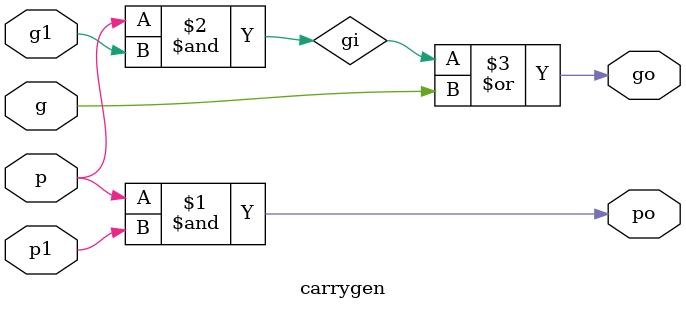
<source format=v>
`timescale 1ns / 1ps

module carrygen(po,go,p,g,g1,p1);

input p,g,p1,g1;
output po,go;
wire gi;
and(po,p,p1);
and(gi,p,g1);
or(go,gi,g);

endmodule

</source>
